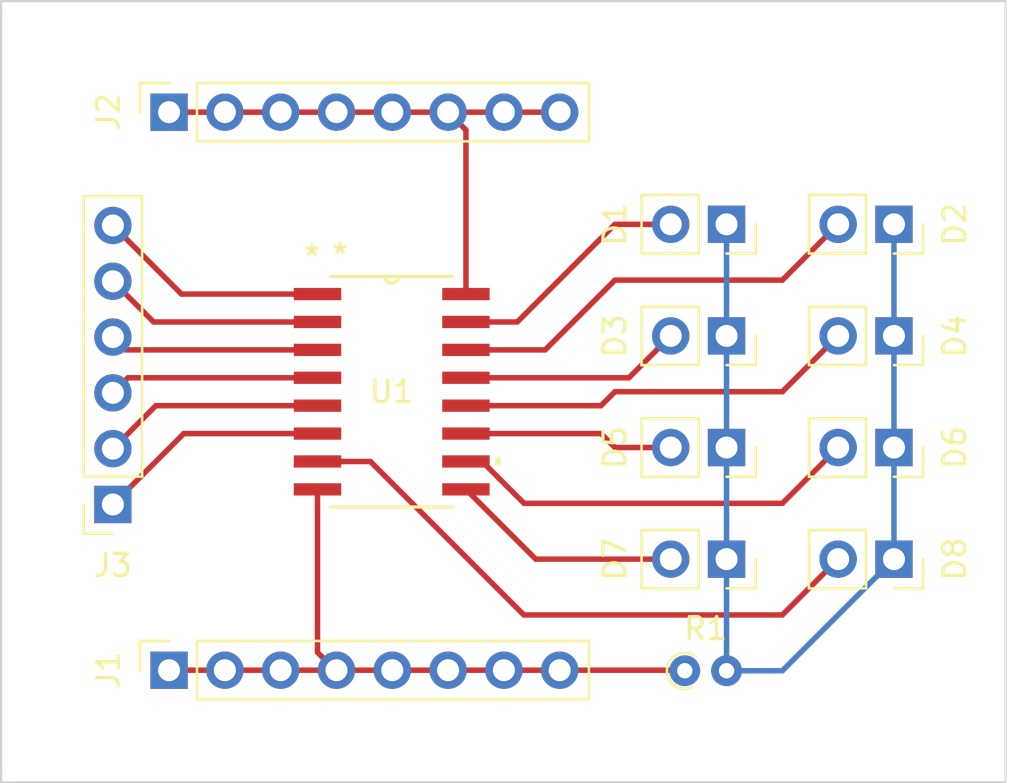
<source format=kicad_pcb>
(kicad_pcb (version 20211014) (generator pcbnew)
  (layers (0 "F.Cu" signal) (31 "B.Cu" signal) (34 "B.Paste" user) (35 "F.Paste" user) (36 "B.SilkS" user "B.Silkscreen") (37 "F.SilkS" user "F.Silkscreen") (38 "B.Mask" user) (39 "F.Mask" user) (44 "Edge.Cuts" user))
  (net 0 "")
  (net 1 "Net-(D1-Pad1)")
  (net 2 "Net-(D1-Pad2)")
  (net 3 "Net-(D2-Pad2)")
  (net 4 "Net-(D3-Pad2)")
  (net 5 "Net-(D4-Pad2)")
  (net 6 "Net-(D5-Pad2)")
  (net 7 "Net-(D6-Pad2)")
  (net 8 "Net-(D7-Pad2)")
  (net 9 "Net-(D8-Pad2)")
  (net 10 "Net-(J1-Pad1)")
  (net 11 "Net-(J2-Pad1)")
  (net 12 "Net-(J3-Pad1)")
  (net 13 "Net-(J3-Pad2)")
  (net 14 "Net-(J3-Pad3)")
  (net 15 "Net-(J3-Pad4)")
  (net 16 "Net-(J3-Pad5)")
  (net 17 "Net-(J3-Pad6)")
  (footprint "Connector_PinSocket_2.54mm:PinSocket_1x02_P2.54mm_Vertical" (layer "F.Cu") (at 144.78 109.22 -90)
    (fp_text reference "D1" (at 0 5.08 90) (layer "F.SilkS"))
    (fp_text value "2V")
    (fp_line (start 1.33 1.27) (end 1.33 3.87) (layer "F.SilkS") (width 0.12))
    (fp_line (start -1.33 3.87) (end 1.33 3.87) (layer "F.SilkS") (width 0.12))
    (fp_line (start -1.33 1.27) (end -1.33 3.87) (layer "F.SilkS") (width 0.12))
    (fp_line (start -1.33 1.27) (end 1.33 1.27) (layer "F.SilkS") (width 0.12))
    (fp_line (start 1.33 -1.33) (end 1.33 0) (layer "F.SilkS") (width 0.12))
    (fp_line (start 0 -1.33) (end 1.33 -1.33) (layer "F.SilkS") (width 0.12))
    (pad "1" thru_hole rect (at 0 0 270) (size 1.7 1.7) (drill 1) (layers *.Cu *.Mask) (net 1 "Net-(D1-Pad1)"))
    (pad "2" thru_hole oval (at 0 2.54 270) (size 1.7 1.7) (drill 1) (layers *.Cu *.Mask) (net 2 "Net-(D1-Pad2)"))
  )
  (footprint "Connector_PinSocket_2.54mm:PinSocket_1x02_P2.54mm_Vertical" (layer "F.Cu") (at 144.78 119.38 -90)
    (fp_text reference "D5" (at 0 5.08 90) (layer "F.SilkS"))
    (fp_text value "2V")
    (fp_line (start -1.33 3.87) (end 1.33 3.87) (layer "F.SilkS") (width 0.12))
    (fp_line (start -1.33 1.27) (end -1.33 3.87) (layer "F.SilkS") (width 0.12))
    (fp_line (start 0 -1.33) (end 1.33 -1.33) (layer "F.SilkS") (width 0.12))
    (fp_line (start 1.33 1.27) (end 1.33 3.87) (layer "F.SilkS") (width 0.12))
    (fp_line (start -1.33 1.27) (end 1.33 1.27) (layer "F.SilkS") (width 0.12))
    (fp_line (start 1.33 -1.33) (end 1.33 0) (layer "F.SilkS") (width 0.12))
    (pad "1" thru_hole rect (at 0 0 270) (size 1.7 1.7) (drill 1) (layers *.Cu *.Mask) (net 1 "Net-(D1-Pad1)"))
    (pad "2" thru_hole oval (at 0 2.54 270) (size 1.7 1.7) (drill 1) (layers *.Cu *.Mask) (net 6 "Net-(D5-Pad2)"))
  )
  (footprint "Connector_PinSocket_2.54mm:PinSocket_1x02_P2.54mm_Vertical" (layer "F.Cu") (at 152.4 124.46 -90)
    (fp_text reference "D8" (at 0 -2.77 90) (layer "F.SilkS"))
    (fp_text value "3V")
    (fp_line (start 1.33 -1.33) (end 1.33 0) (layer "F.SilkS") (width 0.12))
    (fp_line (start -1.33 1.27) (end 1.33 1.27) (layer "F.SilkS") (width 0.12))
    (fp_line (start -1.33 3.87) (end 1.33 3.87) (layer "F.SilkS") (width 0.12))
    (fp_line (start -1.33 1.27) (end -1.33 3.87) (layer "F.SilkS") (width 0.12))
    (fp_line (start 0 -1.33) (end 1.33 -1.33) (layer "F.SilkS") (width 0.12))
    (fp_line (start 1.33 1.27) (end 1.33 3.87) (layer "F.SilkS") (width 0.12))
    (pad "1" thru_hole rect (at 0 0 270) (size 1.7 1.7) (drill 1) (layers *.Cu *.Mask) (net 1 "Net-(D1-Pad1)"))
    (pad "2" thru_hole oval (at 0 2.54 270) (size 1.7 1.7) (drill 1) (layers *.Cu *.Mask) (net 9 "Net-(D8-Pad2)"))
  )
  (footprint "Connector_PinSocket_2.54mm:PinSocket_1x02_P2.54mm_Vertical" (layer "F.Cu") (at 152.4 114.3 -90)
    (fp_text reference "D4" (at 0 -2.77 90) (layer "F.SilkS"))
    (fp_text value "3V")
    (fp_line (start -1.33 1.27) (end -1.33 3.87) (layer "F.SilkS") (width 0.12))
    (fp_line (start -1.33 1.27) (end 1.33 1.27) (layer "F.SilkS") (width 0.12))
    (fp_line (start 1.33 -1.33) (end 1.33 0) (layer "F.SilkS") (width 0.12))
    (fp_line (start -1.33 3.87) (end 1.33 3.87) (layer "F.SilkS") (width 0.12))
    (fp_line (start 0 -1.33) (end 1.33 -1.33) (layer "F.SilkS") (width 0.12))
    (fp_line (start 1.33 1.27) (end 1.33 3.87) (layer "F.SilkS") (width 0.12))
    (pad "1" thru_hole rect (at 0 0 270) (size 1.7 1.7) (drill 1) (layers *.Cu *.Mask) (net 1 "Net-(D1-Pad1)"))
    (pad "2" thru_hole oval (at 0 2.54 270) (size 1.7 1.7) (drill 1) (layers *.Cu *.Mask) (net 5 "Net-(D4-Pad2)"))
  )
  (footprint "Connector_PinSocket_2.54mm:PinSocket_1x08_P2.54mm_Vertical" (layer "F.Cu") (at 119.405 129.515 90)
    (fp_text reference "J1" (at 0 -2.77 90) (layer "F.SilkS"))
    (fp_text value "GND")
    (fp_line (start 1.33 1.27) (end 1.33 19.11) (layer "F.SilkS") (width 0.12))
    (fp_line (start 1.33 -1.33) (end 1.33 0) (layer "F.SilkS") (width 0.12))
    (fp_line (start -1.33 19.11) (end 1.33 19.11) (layer "F.SilkS") (width 0.12))
    (fp_line (start -1.33 1.27) (end 1.33 1.27) (layer "F.SilkS") (width 0.12))
    (fp_line (start 0 -1.33) (end 1.33 -1.33) (layer "F.SilkS") (width 0.12))
    (fp_line (start -1.33 1.27) (end -1.33 19.11) (layer "F.SilkS") (width 0.12))
    (pad "1" thru_hole rect (at 0 0 90) (size 1.7 1.7) (drill 1) (layers *.Cu *.Mask) (net 10 "Net-(J1-Pad1)"))
    (pad "2" thru_hole oval (at 0 2.54 90) (size 1.7 1.7) (drill 1) (layers *.Cu *.Mask) (net 10 "Net-(J1-Pad1)"))
    (pad "3" thru_hole oval (at 0 5.08 90) (size 1.7 1.7) (drill 1) (layers *.Cu *.Mask) (net 10 "Net-(J1-Pad1)"))
    (pad "4" thru_hole oval (at 0 7.62 90) (size 1.7 1.7) (drill 1) (layers *.Cu *.Mask) (net 10 "Net-(J1-Pad1)"))
    (pad "5" thru_hole oval (at 0 10.16 90) (size 1.7 1.7) (drill 1) (layers *.Cu *.Mask) (net 10 "Net-(J1-Pad1)"))
    (pad "6" thru_hole oval (at 0 12.7 90) (size 1.7 1.7) (drill 1) (layers *.Cu *.Mask) (net 10 "Net-(J1-Pad1)"))
    (pad "7" thru_hole oval (at 0 15.24 90) (size 1.7 1.7) (drill 1) (layers *.Cu *.Mask) (net 10 "Net-(J1-Pad1)"))
    (pad "8" thru_hole oval (at 0 17.78 90) (size 1.7 1.7) (drill 1) (layers *.Cu *.Mask) (net 10 "Net-(J1-Pad1)"))
  )
  (footprint "Resistor_THT:R_Axial_DIN0204_L3.6mm_D1.6mm_P1.90mm_Vertical" (layer "F.Cu") (at 142.88 129.54)
    (fp_text reference "R1" (at 0.95 -1.92) (layer "F.SilkS"))
    (fp_text value "330")
    (fp_arc (start 0.320095 0.749359) (mid -0.813042 -0.054435) (end 0.417133 -0.7) (layer "F.SilkS") (width 0.12))
    (pad "1" thru_hole circle (at 0 0) (size 1.4 1.4) (drill 0.7) (layers *.Cu *.Mask) (net 10 "Net-(J1-Pad1)"))
    (pad "2" thru_hole oval (at 1.9 0) (size 1.4 1.4) (drill 0.7) (layers *.Cu *.Mask) (net 1 "Net-(D1-Pad1)"))
  )
  (footprint "Connector_PinSocket_2.54mm:PinSocket_1x02_P2.54mm_Vertical" (layer "F.Cu") (at 144.78 114.3 -90)
    (fp_text reference "D3" (at 0 5.08 90) (layer "F.SilkS"))
    (fp_text value "2V")
    (fp_line (start 1.33 1.27) (end 1.33 3.87) (layer "F.SilkS") (width 0.12))
    (fp_line (start 1.33 -1.33) (end 1.33 0) (layer "F.SilkS") (width 0.12))
    (fp_line (start -1.33 3.87) (end 1.33 3.87) (layer "F.SilkS") (width 0.12))
    (fp_line (start -1.33 1.27) (end 1.33 1.27) (layer "F.SilkS") (width 0.12))
    (fp_line (start -1.33 1.27) (end -1.33 3.87) (layer "F.SilkS") (width 0.12))
    (fp_line (start 0 -1.33) (end 1.33 -1.33) (layer "F.SilkS") (width 0.12))
    (pad "1" thru_hole rect (at 0 0 270) (size 1.7 1.7) (drill 1) (layers *.Cu *.Mask) (net 1 "Net-(D1-Pad1)"))
    (pad "2" thru_hole oval (at 0 2.54 270) (size 1.7 1.7) (drill 1) (layers *.Cu *.Mask) (net 4 "Net-(D3-Pad2)"))
  )
  (footprint "Connector_PinSocket_2.54mm:PinSocket_1x02_P2.54mm_Vertical" (layer "F.Cu") (at 152.4 109.22 -90)
    (fp_text reference "D2" (at 0 -2.77 90) (layer "F.SilkS"))
    (fp_text value "2V")
    (fp_line (start 0 -1.33) (end 1.33 -1.33) (layer "F.SilkS") (width 0.12))
    (fp_line (start -1.33 3.87) (end 1.33 3.87) (layer "F.SilkS") (width 0.12))
    (fp_line (start 1.33 1.27) (end 1.33 3.87) (layer "F.SilkS") (width 0.12))
    (fp_line (start 1.33 -1.33) (end 1.33 0) (layer "F.SilkS") (width 0.12))
    (fp_line (start -1.33 1.27) (end -1.33 3.87) (layer "F.SilkS") (width 0.12))
    (fp_line (start -1.33 1.27) (end 1.33 1.27) (layer "F.SilkS") (width 0.12))
    (pad "1" thru_hole rect (at 0 0 270) (size 1.7 1.7) (drill 1) (layers *.Cu *.Mask) (net 1 "Net-(D1-Pad1)"))
    (pad "2" thru_hole oval (at 0 2.54 270) (size 1.7 1.7) (drill 1) (layers *.Cu *.Mask) (net 3 "Net-(D2-Pad2)"))
  )
  (footprint "Connector_PinSocket_2.54mm:PinSocket_1x02_P2.54mm_Vertical" (layer "F.Cu") (at 144.78 124.46 -90)
    (fp_text reference "D7" (at 0 5.08 90) (layer "F.SilkS"))
    (fp_text value "2V")
    (fp_line (start -1.33 3.87) (end 1.33 3.87) (layer "F.SilkS") (width 0.12))
    (fp_line (start 1.33 -1.33) (end 1.33 0) (layer "F.SilkS") (width 0.12))
    (fp_line (start 1.33 1.27) (end 1.33 3.87) (layer "F.SilkS") (width 0.12))
    (fp_line (start 0 -1.33) (end 1.33 -1.33) (layer "F.SilkS") (width 0.12))
    (fp_line (start -1.33 1.27) (end -1.33 3.87) (layer "F.SilkS") (width 0.12))
    (fp_line (start -1.33 1.27) (end 1.33 1.27) (layer "F.SilkS") (width 0.12))
    (pad "1" thru_hole rect (at 0 0 270) (size 1.7 1.7) (drill 1) (layers *.Cu *.Mask) (net 1 "Net-(D1-Pad1)"))
    (pad "2" thru_hole oval (at 0 2.54 270) (size 1.7 1.7) (drill 1) (layers *.Cu *.Mask) (net 8 "Net-(D7-Pad2)"))
  )
  (footprint "Connector_PinSocket_2.54mm:PinSocket_1x02_P2.54mm_Vertical" (layer "F.Cu") (at 152.4 119.38 -90)
    (fp_text reference "D6" (at 0 -2.77 90) (layer "F.SilkS"))
    (fp_text value "2V")
    (fp_line (start 0 -1.33) (end 1.33 -1.33) (layer "F.SilkS") (width 0.12))
    (fp_line (start -1.33 1.27) (end 1.33 1.27) (layer "F.SilkS") (width 0.12))
    (fp_line (start 1.33 -1.33) (end 1.33 0) (layer "F.SilkS") (width 0.12))
    (fp_line (start 1.33 1.27) (end 1.33 3.87) (layer "F.SilkS") (width 0.12))
    (fp_line (start -1.33 3.87) (end 1.33 3.87) (layer "F.SilkS") (width 0.12))
    (fp_line (start -1.33 1.27) (end -1.33 3.87) (layer "F.SilkS") (width 0.12))
    (pad "1" thru_hole rect (at 0 0 270) (size 1.7 1.7) (drill 1) (layers *.Cu *.Mask) (net 1 "Net-(D1-Pad1)"))
    (pad "2" thru_hole oval (at 0 2.54 270) (size 1.7 1.7) (drill 1) (layers *.Cu *.Mask) (net 7 "Net-(D6-Pad2)"))
  )
  (footprint "Connector_PinSocket_2.54mm:PinSocket_1x06_P2.54mm_Vertical" (layer "F.Cu") (at 116.848339 121.971758 180)
    (fp_text reference "J3" (at 0 -2.77) (layer "F.SilkS"))
    (fp_text value "LOGIC CONN")
    (fp_line (start 1.33 1.27) (end 1.33 14.03) (layer "F.SilkS") (width 0.12))
    (fp_line (start 1.33 -1.33) (end 1.33 0) (layer "F.SilkS") (width 0.12))
    (fp_line (start -1.33 1.27) (end -1.33 14.03) (layer "F.SilkS") (width 0.12))
    (fp_line (start -1.33 1.27) (end 1.33 1.27) (layer "F.SilkS") (width 0.12))
    (fp_line (start 0 -1.33) (end 1.33 -1.33) (layer "F.SilkS") (width 0.12))
    (fp_line (start -1.33 14.03) (end 1.33 14.03) (layer "F.SilkS") (width 0.12))
    (pad "1" thru_hole rect (at 0 0 180) (size 1.7 1.7) (drill 1) (layers *.Cu *.Mask) (net 12 "Net-(J3-Pad1)"))
    (pad "2" thru_hole oval (at 0 2.54 180) (size 1.7 1.7) (drill 1) (layers *.Cu *.Mask) (net 13 "Net-(J3-Pad2)"))
    (pad "3" thru_hole oval (at 0 5.08 180) (size 1.7 1.7) (drill 1) (layers *.Cu *.Mask) (net 14 "Net-(J3-Pad3)"))
    (pad "4" thru_hole oval (at 0 7.62 180) (size 1.7 1.7) (drill 1) (layers *.Cu *.Mask) (net 15 "Net-(J3-Pad4)"))
    (pad "5" thru_hole oval (at 0 10.16 180) (size 1.7 1.7) (drill 1) (layers *.Cu *.Mask) (net 16 "Net-(J3-Pad5)"))
    (pad "6" thru_hole oval (at 0 12.7 180) (size 1.7 1.7) (drill 1) (layers *.Cu *.Mask) (net 17 "Net-(J3-Pad6)"))
  )
  (footprint "footprints:NS16" (layer "F.Cu") (at 129.54 116.84)
    (fp_text reference "U1" (at 0 0 unlocked) (layer "F.SilkS"))
    (fp_text value "74HC237")
    (fp_text user "*" (at -2.348244 -6.219915 unlocked) (layer "F.SilkS"))
    (fp_text user "*" (at -3.6322 -6.1468) (layer "F.SilkS"))
    (fp_line (start -2.794 5.2451) (end 2.794 5.2451) (layer "F.SilkS") (width 0.1524))
    (fp_line (start 2.794 -5.2451) (end -2.794 -5.2451) (layer "F.SilkS") (width 0.1524))
    (fp_arc (start 0.3048 -5.2451) (mid 0 -4.9403) (end -0.3048 -5.2451) (layer "F.SilkS") (width 0.1524))
    (fp_poly (pts (xy 4.9657 2.9845) (xy 4.9657 3.3655) (xy 4.7117 3.3655) (xy 4.7117 2.9845)) (layer "F.SilkS") (width 0) (fill solid))
    (pad "1" smd rect (at -3.3782 -4.445) (size 2.159 0.5588) (layers "F.Cu" "F.Paste" "F.Mask") (net 17 "Net-(J3-Pad6)"))
    (pad "2" smd rect (at -3.3782 -3.175) (size 2.159 0.5588) (layers "F.Cu" "F.Paste" "F.Mask") (net 16 "Net-(J3-Pad5)"))
    (pad "3" smd rect (at -3.3782 -1.905) (size 2.159 0.5588) (layers "F.Cu" "F.Paste" "F.Mask") (net 15 "Net-(J3-Pad4)"))
    (pad "4" smd rect (at -3.3782 -0.635) (size 2.159 0.5588) (layers "F.Cu" "F.Paste" "F.Mask") (net 14 "Net-(J3-Pad3)"))
    (pad "5" smd rect (at -3.3782 0.635) (size 2.159 0.5588) (layers "F.Cu" "F.Paste" "F.Mask") (net 13 "Net-(J3-Pad2)"))
    (pad "6" smd rect (at -3.3782 1.905) (size 2.159 0.5588) (layers "F.Cu" "F.Paste" "F.Mask") (net 12 "Net-(J3-Pad1)"))
    (pad "7" smd rect (at -3.3782 3.175) (size 2.159 0.5588) (layers "F.Cu" "F.Paste" "F.Mask") (net 9 "Net-(D8-Pad2)"))
    (pad "8" smd rect (at -3.3782 4.445) (size 2.159 0.5588) (layers "F.Cu" "F.Paste" "F.Mask") (net 10 "Net-(J1-Pad1)"))
    (pad "9" smd rect (at 3.3782 4.445) (size 2.159 0.5588) (layers "F.Cu" "F.Paste" "F.Mask") (net 8 "Net-(D7-Pad2)"))
    (pad "10" smd rect (at 3.3782 3.175) (size 2.159 0.5588) (layers "F.Cu" "F.Paste" "F.Mask") (net 7 "Net-(D6-Pad2)"))
    (pad "11" smd rect (at 3.3782 1.905) (size 2.159 0.5588) (layers "F.Cu" "F.Paste" "F.Mask") (net 6 "Net-(D5-Pad2)"))
    (pad "12" smd rect (at 3.3782 0.635) (size 2.159 0.5588) (layers "F.Cu" "F.Paste" "F.Mask") (net 5 "Net-(D4-Pad2)"))
    (pad "13" smd rect (at 3.3782 -0.635) (size 2.159 0.5588) (layers "F.Cu" "F.Paste" "F.Mask") (net 4 "Net-(D3-Pad2)"))
    (pad "14" smd rect (at 3.3782 -1.905) (size 2.159 0.5588) (layers "F.Cu" "F.Paste" "F.Mask") (net 3 "Net-(D2-Pad2)"))
    (pad "15" smd rect (at 3.3782 -3.175) (size 2.159 0.5588) (layers "F.Cu" "F.Paste" "F.Mask") (net 2 "Net-(D1-Pad2)"))
    (pad "16" smd rect (at 3.3782 -4.445) (size 2.159 0.5588) (layers "F.Cu" "F.Paste" "F.Mask") (net 11 "Net-(J2-Pad1)"))
  )
  (footprint "Connector_PinSocket_2.54mm:PinSocket_1x08_P2.54mm_Vertical" (layer "F.Cu") (at 119.405 104.115 90)
    (fp_text reference "J2" (at 0 -2.77 90) (layer "F.SilkS"))
    (fp_text value "VCC")
    (fp_line (start -1.33 1.27) (end 1.33 1.27) (layer "F.SilkS") (width 0.12))
    (fp_line (start -1.33 19.11) (end 1.33 19.11) (layer "F.SilkS") (width 0.12))
    (fp_line (start 0 -1.33) (end 1.33 -1.33) (layer "F.SilkS") (width 0.12))
    (fp_line (start 1.33 -1.33) (end 1.33 0) (layer "F.SilkS") (width 0.12))
    (fp_line (start -1.33 1.27) (end -1.33 19.11) (layer "F.SilkS") (width 0.12))
    (fp_line (start 1.33 1.27) (end 1.33 19.11) (layer "F.SilkS") (width 0.12))
    (pad "1" thru_hole rect (at 0 0 90) (size 1.7 1.7) (drill 1) (layers *.Cu *.Mask) (net 11 "Net-(J2-Pad1)"))
    (pad "2" thru_hole oval (at 0 2.54 90) (size 1.7 1.7) (drill 1) (layers *.Cu *.Mask) (net 11 "Net-(J2-Pad1)"))
    (pad "3" thru_hole oval (at 0 5.08 90) (size 1.7 1.7) (drill 1) (layers *.Cu *.Mask) (net 11 "Net-(J2-Pad1)"))
    (pad "4" thru_hole oval (at 0 7.62 90) (size 1.7 1.7) (drill 1) (layers *.Cu *.Mask) (net 11 "Net-(J2-Pad1)"))
    (pad "5" thru_hole oval (at 0 10.16 90) (size 1.7 1.7) (drill 1) (layers *.Cu *.Mask) (net 11 "Net-(J2-Pad1)"))
    (pad "6" thru_hole oval (at 0 12.7 90) (size 1.7 1.7) (drill 1) (layers *.Cu *.Mask) (net 11 "Net-(J2-Pad1)"))
    (pad "7" thru_hole oval (at 0 15.24 90) (size 1.7 1.7) (drill 1) (layers *.Cu *.Mask) (net 11 "Net-(J2-Pad1)"))
    (pad "8" thru_hole oval (at 0 17.78 90) (size 1.7 1.7) (drill 1) (layers *.Cu *.Mask) (net 11 "Net-(J2-Pad1)"))
  )
  (gr_rect (start 111.76 99.06) (end 157.48 134.62) (layer "Edge.Cuts") (width 0.1) (fill none))
  (segment (start 152.4 124.46) (end 147.32 129.54) (width 0.25) (layer "B.Cu") (net 1))
  (segment (start 144.78 109.22) (end 144.78 124.46) (width 0.25) (layer "B.Cu") (net 1))
  (segment (start 152.4 109.22) (end 152.4 124.46) (width 0.25) (layer "B.Cu") (net 1))
  (segment (start 144.78 124.46) (end 144.78 129.54) (width 0.25) (layer "B.Cu") (net 1))
  (segment (start 147.32 129.54) (end 144.78 129.54) (width 0.25) (layer "B.Cu") (net 1))
  (segment (start 135.255 113.665) (end 132.9182 113.665) (width 0.25) (layer "F.Cu") (net 2))
  (segment (start 139.7 109.22) (end 135.255 113.665) (width 0.25) (layer "F.Cu") (net 2))
  (segment (start 142.24 109.22) (end 139.7 109.22) (width 0.25) (layer "F.Cu") (net 2))
  (segment (start 149.86 109.22) (end 147.32 111.76) (width 0.25) (layer "F.Cu") (net 3))
  (segment (start 136.525 114.935) (end 132.9182 114.935) (width 0.25) (layer "F.Cu") (net 3))
  (segment (start 139.7 111.76) (end 136.525 114.935) (width 0.25) (layer "F.Cu") (net 3))
  (segment (start 147.32 111.76) (end 139.7 111.76) (width 0.25) (layer "F.Cu") (net 3))
  (segment (start 142.24 114.3) (end 140.335 116.205) (width 0.25) (layer "F.Cu") (net 4))
  (segment (start 140.335 116.205) (end 132.9182 116.205) (width 0.25) (layer "F.Cu") (net 4))
  (segment (start 139.7 116.84) (end 139.065 117.475) (width 0.25) (layer "F.Cu") (net 5))
  (segment (start 147.32 116.84) (end 139.7 116.84) (width 0.25) (layer "F.Cu") (net 5))
  (segment (start 139.065 117.475) (end 132.9182 117.475) (width 0.25) (layer "F.Cu") (net 5))
  (segment (start 149.86 114.3) (end 147.32 116.84) (width 0.25) (layer "F.Cu") (net 5))
  (segment (start 139.065 118.745) (end 132.9182 118.745) (width 0.25) (layer "F.Cu") (net 6))
  (segment (start 142.24 119.38) (end 139.7 119.38) (width 0.25) (layer "F.Cu") (net 6))
  (segment (start 139.7 119.38) (end 139.065 118.745) (width 0.25) (layer "F.Cu") (net 6))
  (segment (start 133.656122 120.015) (end 132.9182 120.015) (width 0.25) (layer "F.Cu") (net 7))
  (segment (start 147.32 121.92) (end 135.561122 121.92) (width 0.25) (layer "F.Cu") (net 7))
  (segment (start 135.561122 121.92) (end 133.656122 120.015) (width 0.25) (layer "F.Cu") (net 7))
  (segment (start 149.86 119.38) (end 147.32 121.92) (width 0.25) (layer "F.Cu") (net 7))
  (segment (start 142.24 124.46) (end 136.0932 124.46) (width 0.25) (layer "F.Cu") (net 8))
  (segment (start 136.0932 124.46) (end 132.9182 121.285) (width 0.25) (layer "F.Cu") (net 8))
  (segment (start 135.55345 127) (end 128.56845 120.015) (width 0.25) (layer "F.Cu") (net 9))
  (segment (start 149.86 124.46) (end 147.32 127) (width 0.25) (layer "F.Cu") (net 9))
  (segment (start 147.32 127) (end 135.55345 127) (width 0.25) (layer "F.Cu") (net 9))
  (segment (start 128.56845 120.015) (end 126.1618 120.015) (width 0.25) (layer "F.Cu") (net 9))
  (segment (start 142.855 129.515) (end 142.88 129.54) (width 0.25) (layer "F.Cu") (net 10))
  (segment (start 126.1618 121.285) (end 126.1618 128.7018) (width 0.25) (layer "F.Cu") (net 10))
  (segment (start 126.1618 128.7018) (end 127 129.54) (width 0.25) (layer "F.Cu") (net 10))
  (segment (start 119.405 129.515) (end 142.855 129.515) (width 0.25) (layer "F.Cu") (net 10))
  (segment (start 137.135 104.115) (end 137.16 104.14) (width 0.25) (layer "F.Cu") (net 11))
  (segment (start 132.9182 104.9282) (end 132.105 104.115) (width 0.25) (layer "F.Cu") (net 11))
  (segment (start 119.405 104.115) (end 137.135 104.115) (width 0.25) (layer "F.Cu") (net 11))
  (segment (start 132.9182 112.395) (end 132.9182 104.9282) (width 0.25) (layer "F.Cu") (net 11))
  (segment (start 120.075097 118.745) (end 116.848339 121.971758) (width 0.25) (layer "F.Cu") (net 12))
  (segment (start 126.1618 118.745) (end 120.075097 118.745) (width 0.25) (layer "F.Cu") (net 12))
  (segment (start 126.1618 117.475) (end 118.805097 117.475) (width 0.25) (layer "F.Cu") (net 13))
  (segment (start 118.805097 117.475) (end 116.848339 119.431758) (width 0.25) (layer "F.Cu") (net 13))
  (segment (start 126.1618 116.205) (end 117.535097 116.205) (width 0.25) (layer "F.Cu") (net 14))
  (segment (start 117.535097 116.205) (end 116.848339 116.891758) (width 0.25) (layer "F.Cu") (net 14))
  (segment (start 126.1618 114.935) (end 117.431581 114.935) (width 0.25) (layer "F.Cu") (net 15))
  (segment (start 117.431581 114.935) (end 116.848339 114.351758) (width 0.25) (layer "F.Cu") (net 15))
  (segment (start 118.701581 113.665) (end 116.848339 111.811758) (width 0.25) (layer "F.Cu") (net 16))
  (segment (start 126.1618 113.665) (end 118.701581 113.665) (width 0.25) (layer "F.Cu") (net 16))
  (segment (start 119.971581 112.395) (end 116.848339 109.271758) (width 0.25) (layer "F.Cu") (net 17))
  (segment (start 126.1618 112.395) (end 119.971581 112.395) (width 0.25) (layer "F.Cu") (net 17))
)
</source>
